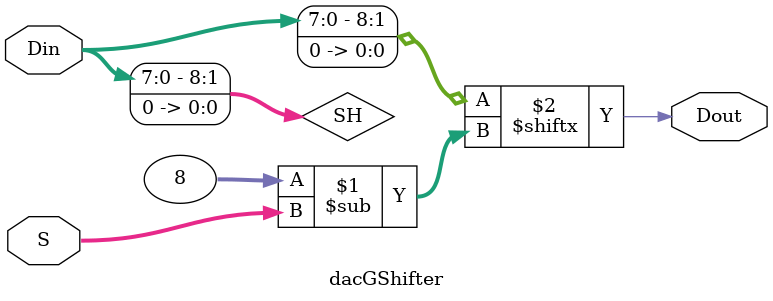
<source format=v>
module dacGShifter #(
    parameter n = 8,
    parameter m = 3
) (
    input [m-1:0] S,
    input [n-1:0] Din,
    output Dout
);

    wire [n:0] SH;
    
    assign SH = {Din, 1'b0};
    assign Dout = SH[n - S];

endmodule
</source>
